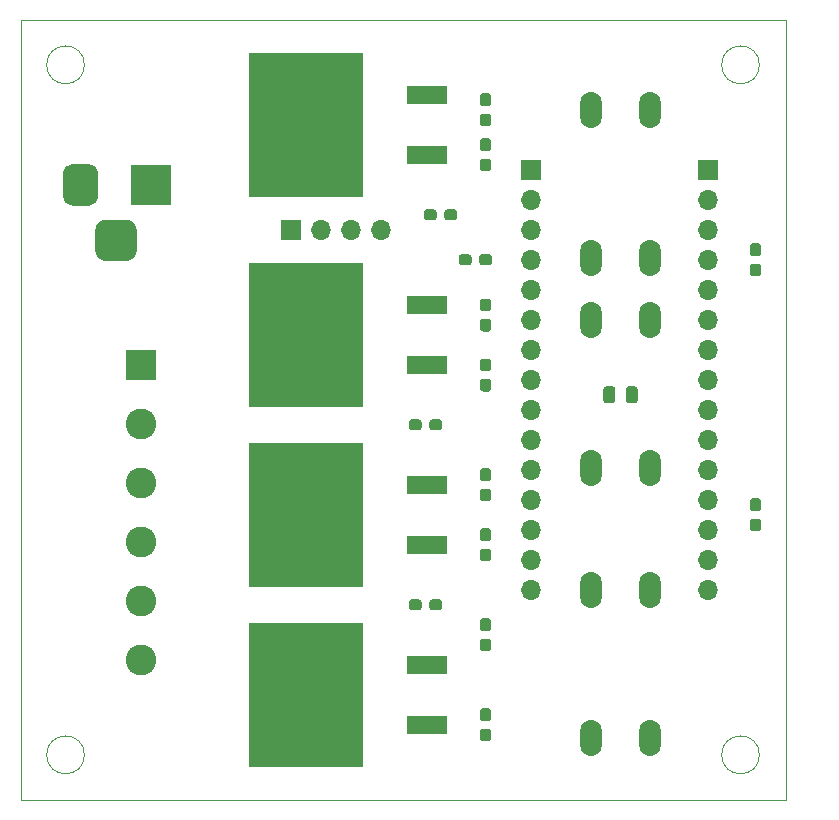
<source format=gbr>
%TF.GenerationSoftware,KiCad,Pcbnew,5.1.9-73d0e3b20d~88~ubuntu20.04.1*%
%TF.CreationDate,2021-01-06T22:16:02+03:00*%
%TF.ProjectId,RGBschildD2PAK,52474273-6368-4696-9c64-443250414b2e,rev?*%
%TF.SameCoordinates,Original*%
%TF.FileFunction,Soldermask,Top*%
%TF.FilePolarity,Negative*%
%FSLAX46Y46*%
G04 Gerber Fmt 4.6, Leading zero omitted, Abs format (unit mm)*
G04 Created by KiCad (PCBNEW 5.1.9-73d0e3b20d~88~ubuntu20.04.1) date 2021-01-06 22:16:02*
%MOMM*%
%LPD*%
G01*
G04 APERTURE LIST*
%TA.AperFunction,Profile*%
%ADD10C,0.100000*%
%TD*%
%ADD11O,1.700000X1.700000*%
%ADD12R,1.700000X1.700000*%
%ADD13R,3.500120X1.600200*%
%ADD14R,9.751060X12.199620*%
%ADD15O,1.850000X3.048000*%
%ADD16C,2.600000*%
%ADD17R,2.600000X2.600000*%
%ADD18R,3.500000X3.500000*%
G04 APERTURE END LIST*
D10*
X159080000Y-120650000D02*
G75*
G03*
X159080000Y-120650000I-1600000J0D01*
G01*
X101930000Y-120650000D02*
G75*
G03*
X101930000Y-120650000I-1600000J0D01*
G01*
X159080000Y-62230000D02*
G75*
G03*
X159080000Y-62230000I-1600000J0D01*
G01*
X101930000Y-62230000D02*
G75*
G03*
X101930000Y-62230000I-1600000J0D01*
G01*
X96520000Y-58420000D02*
X161290000Y-58420000D01*
X96520000Y-58420000D02*
X96520000Y-124460000D01*
X161290000Y-124460000D02*
X161290000Y-58420000D01*
X96520000Y-124460000D02*
X161290000Y-124460000D01*
D11*
%TO.C,J1*%
X127000000Y-76200000D03*
X124460000Y-76200000D03*
X121920000Y-76200000D03*
D12*
X119380000Y-76200000D03*
%TD*%
D13*
%TO.C,Q4*%
X130924300Y-113030000D03*
X130924300Y-118110000D03*
D14*
X120650000Y-115570000D03*
%TD*%
D13*
%TO.C,Q3*%
X130924300Y-82550000D03*
X130924300Y-87630000D03*
D14*
X120650000Y-85090000D03*
%TD*%
D13*
%TO.C,Q2*%
X130924300Y-97790000D03*
X130924300Y-102870000D03*
D14*
X120650000Y-100330000D03*
%TD*%
D13*
%TO.C,Q1*%
X130924300Y-64770000D03*
X130924300Y-69850000D03*
D14*
X120650000Y-67310000D03*
%TD*%
%TO.C,R14*%
G36*
G01*
X158512500Y-100655000D02*
X158987500Y-100655000D01*
G75*
G02*
X159225000Y-100892500I0J-237500D01*
G01*
X159225000Y-101492500D01*
G75*
G02*
X158987500Y-101730000I-237500J0D01*
G01*
X158512500Y-101730000D01*
G75*
G02*
X158275000Y-101492500I0J237500D01*
G01*
X158275000Y-100892500D01*
G75*
G02*
X158512500Y-100655000I237500J0D01*
G01*
G37*
G36*
G01*
X158512500Y-98930000D02*
X158987500Y-98930000D01*
G75*
G02*
X159225000Y-99167500I0J-237500D01*
G01*
X159225000Y-99767500D01*
G75*
G02*
X158987500Y-100005000I-237500J0D01*
G01*
X158512500Y-100005000D01*
G75*
G02*
X158275000Y-99767500I0J237500D01*
G01*
X158275000Y-99167500D01*
G75*
G02*
X158512500Y-98930000I237500J0D01*
G01*
G37*
%TD*%
%TO.C,R13*%
G36*
G01*
X158512500Y-79065000D02*
X158987500Y-79065000D01*
G75*
G02*
X159225000Y-79302500I0J-237500D01*
G01*
X159225000Y-79902500D01*
G75*
G02*
X158987500Y-80140000I-237500J0D01*
G01*
X158512500Y-80140000D01*
G75*
G02*
X158275000Y-79902500I0J237500D01*
G01*
X158275000Y-79302500D01*
G75*
G02*
X158512500Y-79065000I237500J0D01*
G01*
G37*
G36*
G01*
X158512500Y-77340000D02*
X158987500Y-77340000D01*
G75*
G02*
X159225000Y-77577500I0J-237500D01*
G01*
X159225000Y-78177500D01*
G75*
G02*
X158987500Y-78415000I-237500J0D01*
G01*
X158512500Y-78415000D01*
G75*
G02*
X158275000Y-78177500I0J237500D01*
G01*
X158275000Y-77577500D01*
G75*
G02*
X158512500Y-77340000I237500J0D01*
G01*
G37*
%TD*%
%TO.C,C1*%
G36*
G01*
X146870000Y-89695000D02*
X146870000Y-90645000D01*
G75*
G02*
X146620000Y-90895000I-250000J0D01*
G01*
X146120000Y-90895000D01*
G75*
G02*
X145870000Y-90645000I0J250000D01*
G01*
X145870000Y-89695000D01*
G75*
G02*
X146120000Y-89445000I250000J0D01*
G01*
X146620000Y-89445000D01*
G75*
G02*
X146870000Y-89695000I0J-250000D01*
G01*
G37*
G36*
G01*
X148770000Y-89695000D02*
X148770000Y-90645000D01*
G75*
G02*
X148520000Y-90895000I-250000J0D01*
G01*
X148020000Y-90895000D01*
G75*
G02*
X147770000Y-90645000I0J250000D01*
G01*
X147770000Y-89695000D01*
G75*
G02*
X148020000Y-89445000I250000J0D01*
G01*
X148520000Y-89445000D01*
G75*
G02*
X148770000Y-89695000I0J-250000D01*
G01*
G37*
%TD*%
D15*
%TO.C,SW3*%
X149780000Y-106680000D03*
X144780000Y-106680000D03*
X149780000Y-119180000D03*
X144780000Y-119180000D03*
%TD*%
D11*
%TO.C,P2*%
X154686000Y-106680000D03*
X154686000Y-104140000D03*
X154686000Y-101600000D03*
X154686000Y-99060000D03*
X154686000Y-96520000D03*
X154686000Y-93980000D03*
X154686000Y-91440000D03*
X154686000Y-88900000D03*
X154686000Y-86360000D03*
X154686000Y-83820000D03*
X154686000Y-81280000D03*
X154686000Y-78740000D03*
X154686000Y-76200000D03*
X154686000Y-73660000D03*
D12*
X154686000Y-71120000D03*
%TD*%
D15*
%TO.C,SW2*%
X149780000Y-83820000D03*
X144780000Y-83820000D03*
X149780000Y-96320000D03*
X144780000Y-96320000D03*
%TD*%
%TO.C,SW1*%
X149780000Y-66040000D03*
X144780000Y-66040000D03*
X149780000Y-78540000D03*
X144780000Y-78540000D03*
%TD*%
%TO.C,R12*%
G36*
G01*
X131135000Y-108187500D02*
X131135000Y-107712500D01*
G75*
G02*
X131372500Y-107475000I237500J0D01*
G01*
X131972500Y-107475000D01*
G75*
G02*
X132210000Y-107712500I0J-237500D01*
G01*
X132210000Y-108187500D01*
G75*
G02*
X131972500Y-108425000I-237500J0D01*
G01*
X131372500Y-108425000D01*
G75*
G02*
X131135000Y-108187500I0J237500D01*
G01*
G37*
G36*
G01*
X129410000Y-108187500D02*
X129410000Y-107712500D01*
G75*
G02*
X129647500Y-107475000I237500J0D01*
G01*
X130247500Y-107475000D01*
G75*
G02*
X130485000Y-107712500I0J-237500D01*
G01*
X130485000Y-108187500D01*
G75*
G02*
X130247500Y-108425000I-237500J0D01*
G01*
X129647500Y-108425000D01*
G75*
G02*
X129410000Y-108187500I0J237500D01*
G01*
G37*
%TD*%
%TO.C,R11*%
G36*
G01*
X135352500Y-78977500D02*
X135352500Y-78502500D01*
G75*
G02*
X135590000Y-78265000I237500J0D01*
G01*
X136190000Y-78265000D01*
G75*
G02*
X136427500Y-78502500I0J-237500D01*
G01*
X136427500Y-78977500D01*
G75*
G02*
X136190000Y-79215000I-237500J0D01*
G01*
X135590000Y-79215000D01*
G75*
G02*
X135352500Y-78977500I0J237500D01*
G01*
G37*
G36*
G01*
X133627500Y-78977500D02*
X133627500Y-78502500D01*
G75*
G02*
X133865000Y-78265000I237500J0D01*
G01*
X134465000Y-78265000D01*
G75*
G02*
X134702500Y-78502500I0J-237500D01*
G01*
X134702500Y-78977500D01*
G75*
G02*
X134465000Y-79215000I-237500J0D01*
G01*
X133865000Y-79215000D01*
G75*
G02*
X133627500Y-78977500I0J237500D01*
G01*
G37*
%TD*%
%TO.C,R10*%
G36*
G01*
X135652500Y-110815000D02*
X136127500Y-110815000D01*
G75*
G02*
X136365000Y-111052500I0J-237500D01*
G01*
X136365000Y-111652500D01*
G75*
G02*
X136127500Y-111890000I-237500J0D01*
G01*
X135652500Y-111890000D01*
G75*
G02*
X135415000Y-111652500I0J237500D01*
G01*
X135415000Y-111052500D01*
G75*
G02*
X135652500Y-110815000I237500J0D01*
G01*
G37*
G36*
G01*
X135652500Y-109090000D02*
X136127500Y-109090000D01*
G75*
G02*
X136365000Y-109327500I0J-237500D01*
G01*
X136365000Y-109927500D01*
G75*
G02*
X136127500Y-110165000I-237500J0D01*
G01*
X135652500Y-110165000D01*
G75*
G02*
X135415000Y-109927500I0J237500D01*
G01*
X135415000Y-109327500D01*
G75*
G02*
X135652500Y-109090000I237500J0D01*
G01*
G37*
%TD*%
%TO.C,R9*%
G36*
G01*
X136127500Y-83087500D02*
X135652500Y-83087500D01*
G75*
G02*
X135415000Y-82850000I0J237500D01*
G01*
X135415000Y-82250000D01*
G75*
G02*
X135652500Y-82012500I237500J0D01*
G01*
X136127500Y-82012500D01*
G75*
G02*
X136365000Y-82250000I0J-237500D01*
G01*
X136365000Y-82850000D01*
G75*
G02*
X136127500Y-83087500I-237500J0D01*
G01*
G37*
G36*
G01*
X136127500Y-84812500D02*
X135652500Y-84812500D01*
G75*
G02*
X135415000Y-84575000I0J237500D01*
G01*
X135415000Y-83975000D01*
G75*
G02*
X135652500Y-83737500I237500J0D01*
G01*
X136127500Y-83737500D01*
G75*
G02*
X136365000Y-83975000I0J-237500D01*
G01*
X136365000Y-84575000D01*
G75*
G02*
X136127500Y-84812500I-237500J0D01*
G01*
G37*
%TD*%
%TO.C,R8*%
G36*
G01*
X135652500Y-118435000D02*
X136127500Y-118435000D01*
G75*
G02*
X136365000Y-118672500I0J-237500D01*
G01*
X136365000Y-119272500D01*
G75*
G02*
X136127500Y-119510000I-237500J0D01*
G01*
X135652500Y-119510000D01*
G75*
G02*
X135415000Y-119272500I0J237500D01*
G01*
X135415000Y-118672500D01*
G75*
G02*
X135652500Y-118435000I237500J0D01*
G01*
G37*
G36*
G01*
X135652500Y-116710000D02*
X136127500Y-116710000D01*
G75*
G02*
X136365000Y-116947500I0J-237500D01*
G01*
X136365000Y-117547500D01*
G75*
G02*
X136127500Y-117785000I-237500J0D01*
G01*
X135652500Y-117785000D01*
G75*
G02*
X135415000Y-117547500I0J237500D01*
G01*
X135415000Y-116947500D01*
G75*
G02*
X135652500Y-116710000I237500J0D01*
G01*
G37*
%TD*%
%TO.C,R7*%
G36*
G01*
X135652500Y-88817500D02*
X136127500Y-88817500D01*
G75*
G02*
X136365000Y-89055000I0J-237500D01*
G01*
X136365000Y-89655000D01*
G75*
G02*
X136127500Y-89892500I-237500J0D01*
G01*
X135652500Y-89892500D01*
G75*
G02*
X135415000Y-89655000I0J237500D01*
G01*
X135415000Y-89055000D01*
G75*
G02*
X135652500Y-88817500I237500J0D01*
G01*
G37*
G36*
G01*
X135652500Y-87092500D02*
X136127500Y-87092500D01*
G75*
G02*
X136365000Y-87330000I0J-237500D01*
G01*
X136365000Y-87930000D01*
G75*
G02*
X136127500Y-88167500I-237500J0D01*
G01*
X135652500Y-88167500D01*
G75*
G02*
X135415000Y-87930000I0J237500D01*
G01*
X135415000Y-87330000D01*
G75*
G02*
X135652500Y-87092500I237500J0D01*
G01*
G37*
%TD*%
%TO.C,R6*%
G36*
G01*
X131135000Y-92947500D02*
X131135000Y-92472500D01*
G75*
G02*
X131372500Y-92235000I237500J0D01*
G01*
X131972500Y-92235000D01*
G75*
G02*
X132210000Y-92472500I0J-237500D01*
G01*
X132210000Y-92947500D01*
G75*
G02*
X131972500Y-93185000I-237500J0D01*
G01*
X131372500Y-93185000D01*
G75*
G02*
X131135000Y-92947500I0J237500D01*
G01*
G37*
G36*
G01*
X129410000Y-92947500D02*
X129410000Y-92472500D01*
G75*
G02*
X129647500Y-92235000I237500J0D01*
G01*
X130247500Y-92235000D01*
G75*
G02*
X130485000Y-92472500I0J-237500D01*
G01*
X130485000Y-92947500D01*
G75*
G02*
X130247500Y-93185000I-237500J0D01*
G01*
X129647500Y-93185000D01*
G75*
G02*
X129410000Y-92947500I0J237500D01*
G01*
G37*
%TD*%
%TO.C,R5*%
G36*
G01*
X132405000Y-75167500D02*
X132405000Y-74692500D01*
G75*
G02*
X132642500Y-74455000I237500J0D01*
G01*
X133242500Y-74455000D01*
G75*
G02*
X133480000Y-74692500I0J-237500D01*
G01*
X133480000Y-75167500D01*
G75*
G02*
X133242500Y-75405000I-237500J0D01*
G01*
X132642500Y-75405000D01*
G75*
G02*
X132405000Y-75167500I0J237500D01*
G01*
G37*
G36*
G01*
X130680000Y-75167500D02*
X130680000Y-74692500D01*
G75*
G02*
X130917500Y-74455000I237500J0D01*
G01*
X131517500Y-74455000D01*
G75*
G02*
X131755000Y-74692500I0J-237500D01*
G01*
X131755000Y-75167500D01*
G75*
G02*
X131517500Y-75405000I-237500J0D01*
G01*
X130917500Y-75405000D01*
G75*
G02*
X130680000Y-75167500I0J237500D01*
G01*
G37*
%TD*%
%TO.C,R4*%
G36*
G01*
X135652500Y-98115000D02*
X136127500Y-98115000D01*
G75*
G02*
X136365000Y-98352500I0J-237500D01*
G01*
X136365000Y-98952500D01*
G75*
G02*
X136127500Y-99190000I-237500J0D01*
G01*
X135652500Y-99190000D01*
G75*
G02*
X135415000Y-98952500I0J237500D01*
G01*
X135415000Y-98352500D01*
G75*
G02*
X135652500Y-98115000I237500J0D01*
G01*
G37*
G36*
G01*
X135652500Y-96390000D02*
X136127500Y-96390000D01*
G75*
G02*
X136365000Y-96627500I0J-237500D01*
G01*
X136365000Y-97227500D01*
G75*
G02*
X136127500Y-97465000I-237500J0D01*
G01*
X135652500Y-97465000D01*
G75*
G02*
X135415000Y-97227500I0J237500D01*
G01*
X135415000Y-96627500D01*
G75*
G02*
X135652500Y-96390000I237500J0D01*
G01*
G37*
%TD*%
%TO.C,R3*%
G36*
G01*
X136127500Y-65715000D02*
X135652500Y-65715000D01*
G75*
G02*
X135415000Y-65477500I0J237500D01*
G01*
X135415000Y-64877500D01*
G75*
G02*
X135652500Y-64640000I237500J0D01*
G01*
X136127500Y-64640000D01*
G75*
G02*
X136365000Y-64877500I0J-237500D01*
G01*
X136365000Y-65477500D01*
G75*
G02*
X136127500Y-65715000I-237500J0D01*
G01*
G37*
G36*
G01*
X136127500Y-67440000D02*
X135652500Y-67440000D01*
G75*
G02*
X135415000Y-67202500I0J237500D01*
G01*
X135415000Y-66602500D01*
G75*
G02*
X135652500Y-66365000I237500J0D01*
G01*
X136127500Y-66365000D01*
G75*
G02*
X136365000Y-66602500I0J-237500D01*
G01*
X136365000Y-67202500D01*
G75*
G02*
X136127500Y-67440000I-237500J0D01*
G01*
G37*
%TD*%
%TO.C,R2*%
G36*
G01*
X136127500Y-102545000D02*
X135652500Y-102545000D01*
G75*
G02*
X135415000Y-102307500I0J237500D01*
G01*
X135415000Y-101707500D01*
G75*
G02*
X135652500Y-101470000I237500J0D01*
G01*
X136127500Y-101470000D01*
G75*
G02*
X136365000Y-101707500I0J-237500D01*
G01*
X136365000Y-102307500D01*
G75*
G02*
X136127500Y-102545000I-237500J0D01*
G01*
G37*
G36*
G01*
X136127500Y-104270000D02*
X135652500Y-104270000D01*
G75*
G02*
X135415000Y-104032500I0J237500D01*
G01*
X135415000Y-103432500D01*
G75*
G02*
X135652500Y-103195000I237500J0D01*
G01*
X136127500Y-103195000D01*
G75*
G02*
X136365000Y-103432500I0J-237500D01*
G01*
X136365000Y-104032500D01*
G75*
G02*
X136127500Y-104270000I-237500J0D01*
G01*
G37*
%TD*%
%TO.C,R1*%
G36*
G01*
X136127500Y-69525000D02*
X135652500Y-69525000D01*
G75*
G02*
X135415000Y-69287500I0J237500D01*
G01*
X135415000Y-68687500D01*
G75*
G02*
X135652500Y-68450000I237500J0D01*
G01*
X136127500Y-68450000D01*
G75*
G02*
X136365000Y-68687500I0J-237500D01*
G01*
X136365000Y-69287500D01*
G75*
G02*
X136127500Y-69525000I-237500J0D01*
G01*
G37*
G36*
G01*
X136127500Y-71250000D02*
X135652500Y-71250000D01*
G75*
G02*
X135415000Y-71012500I0J237500D01*
G01*
X135415000Y-70412500D01*
G75*
G02*
X135652500Y-70175000I237500J0D01*
G01*
X136127500Y-70175000D01*
G75*
G02*
X136365000Y-70412500I0J-237500D01*
G01*
X136365000Y-71012500D01*
G75*
G02*
X136127500Y-71250000I-237500J0D01*
G01*
G37*
%TD*%
D11*
%TO.C,P1*%
X139700000Y-106680000D03*
X139700000Y-104140000D03*
X139700000Y-101600000D03*
X139700000Y-99060000D03*
X139700000Y-96520000D03*
X139700000Y-93980000D03*
X139700000Y-91440000D03*
X139700000Y-88900000D03*
X139700000Y-86360000D03*
X139700000Y-83820000D03*
X139700000Y-81280000D03*
X139700000Y-78740000D03*
X139700000Y-76200000D03*
X139700000Y-73660000D03*
D12*
X139700000Y-71120000D03*
%TD*%
D16*
%TO.C,J3*%
X106680000Y-112630000D03*
X106680000Y-107630000D03*
X106680000Y-102630000D03*
X106680000Y-97630000D03*
X106680000Y-92630000D03*
D17*
X106680000Y-87630000D03*
%TD*%
%TO.C,J2*%
G36*
G01*
X102850000Y-77965000D02*
X102850000Y-76215000D01*
G75*
G02*
X103725000Y-75340000I875000J0D01*
G01*
X105475000Y-75340000D01*
G75*
G02*
X106350000Y-76215000I0J-875000D01*
G01*
X106350000Y-77965000D01*
G75*
G02*
X105475000Y-78840000I-875000J0D01*
G01*
X103725000Y-78840000D01*
G75*
G02*
X102850000Y-77965000I0J875000D01*
G01*
G37*
G36*
G01*
X100100000Y-73390000D02*
X100100000Y-71390000D01*
G75*
G02*
X100850000Y-70640000I750000J0D01*
G01*
X102350000Y-70640000D01*
G75*
G02*
X103100000Y-71390000I0J-750000D01*
G01*
X103100000Y-73390000D01*
G75*
G02*
X102350000Y-74140000I-750000J0D01*
G01*
X100850000Y-74140000D01*
G75*
G02*
X100100000Y-73390000I0J750000D01*
G01*
G37*
D18*
X107600000Y-72390000D03*
%TD*%
M02*

</source>
